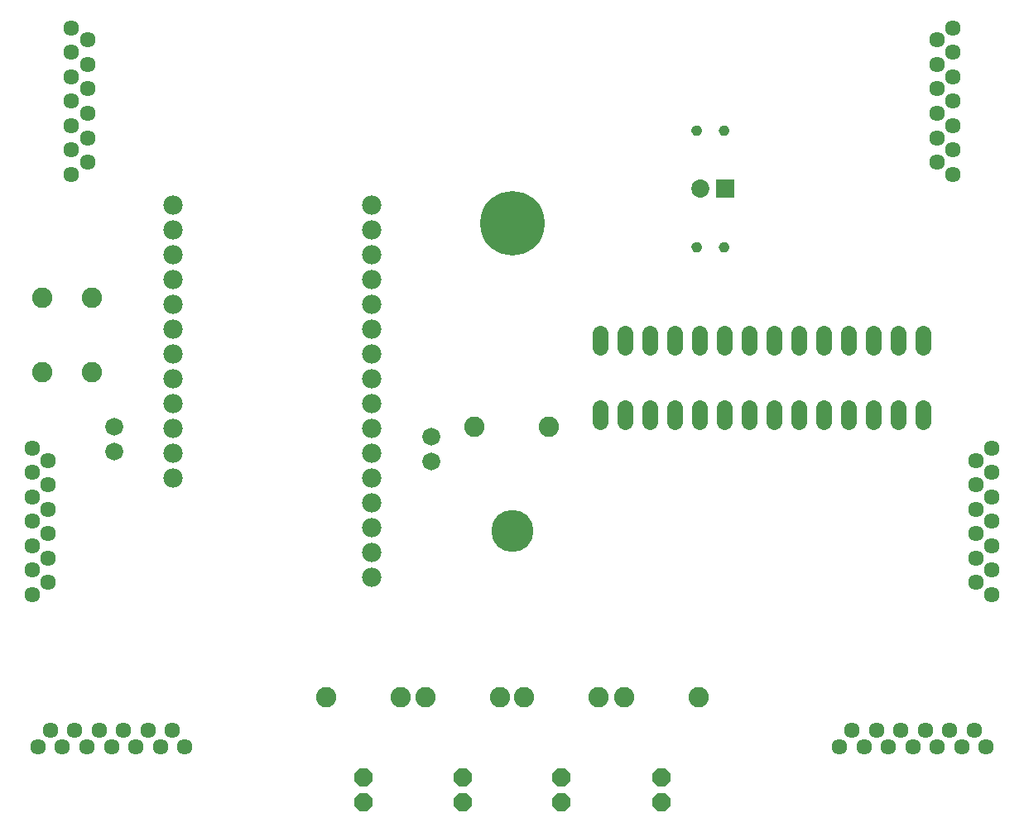
<source format=gts>
G75*
%MOIN*%
%OFA0B0*%
%FSLAX25Y25*%
%IPPOS*%
%LPD*%
%AMOC8*
5,1,8,0,0,1.08239X$1,22.5*
%
%ADD10C,0.25997*%
%ADD11C,0.16942*%
%ADD12C,0.07800*%
%ADD13C,0.06350*%
%ADD14C,0.08200*%
%ADD15C,0.07200*%
%ADD16C,0.00500*%
%ADD17R,0.07300X0.07300*%
%ADD18C,0.07300*%
%ADD19OC8,0.07400*%
%ADD20C,0.06400*%
D10*
X0241757Y0256435D03*
D11*
X0241757Y0132419D03*
D12*
X0185301Y0133600D03*
X0185301Y0123600D03*
X0185301Y0113600D03*
X0185301Y0143600D03*
X0185301Y0153600D03*
X0185301Y0163600D03*
X0185301Y0173600D03*
X0185301Y0183600D03*
X0185301Y0193600D03*
X0185301Y0203600D03*
X0185301Y0213600D03*
X0185301Y0223600D03*
X0185301Y0233600D03*
X0185301Y0243600D03*
X0185301Y0253600D03*
X0185301Y0263600D03*
X0105301Y0263600D03*
X0105301Y0253600D03*
X0105301Y0243600D03*
X0105301Y0233600D03*
X0105301Y0223600D03*
X0105301Y0213600D03*
X0105301Y0203600D03*
X0105301Y0193600D03*
X0105301Y0183600D03*
X0105301Y0173600D03*
X0105301Y0163600D03*
X0105301Y0153600D03*
D13*
X0050852Y0045490D03*
X0055773Y0051986D03*
X0060694Y0045490D03*
X0065616Y0051986D03*
X0070537Y0045490D03*
X0075458Y0051986D03*
X0080380Y0045490D03*
X0085301Y0051986D03*
X0090222Y0045490D03*
X0095143Y0051986D03*
X0100065Y0045490D03*
X0104986Y0051986D03*
X0109907Y0045490D03*
X0048529Y0106789D03*
X0055025Y0111711D03*
X0048529Y0116632D03*
X0055025Y0121553D03*
X0048529Y0126475D03*
X0055025Y0131396D03*
X0048529Y0136317D03*
X0055025Y0141238D03*
X0048529Y0146160D03*
X0055025Y0151081D03*
X0048529Y0156002D03*
X0055025Y0160923D03*
X0048529Y0165845D03*
X0064277Y0276160D03*
X0070773Y0281081D03*
X0064277Y0286002D03*
X0070773Y0290923D03*
X0064277Y0295845D03*
X0070773Y0300766D03*
X0064277Y0305687D03*
X0070773Y0310608D03*
X0064277Y0315530D03*
X0070773Y0320451D03*
X0064277Y0325372D03*
X0070773Y0330293D03*
X0064277Y0335215D03*
X0412742Y0330293D03*
X0419238Y0335215D03*
X0419238Y0325372D03*
X0412742Y0320451D03*
X0419238Y0315530D03*
X0412742Y0310608D03*
X0419238Y0305687D03*
X0412742Y0300766D03*
X0419238Y0295845D03*
X0412742Y0290923D03*
X0419238Y0286002D03*
X0412742Y0281081D03*
X0419238Y0276160D03*
X0434986Y0165845D03*
X0428490Y0160923D03*
X0434986Y0156002D03*
X0428490Y0151081D03*
X0434986Y0146160D03*
X0428490Y0141238D03*
X0434986Y0136317D03*
X0428490Y0131396D03*
X0434986Y0126475D03*
X0428490Y0121553D03*
X0434986Y0116632D03*
X0428490Y0111711D03*
X0434986Y0106789D03*
X0427742Y0051986D03*
X0432663Y0045490D03*
X0422820Y0045490D03*
X0417899Y0051986D03*
X0412978Y0045490D03*
X0408057Y0051986D03*
X0403135Y0045490D03*
X0398214Y0051986D03*
X0393293Y0045490D03*
X0388372Y0051986D03*
X0383450Y0045490D03*
X0378529Y0051986D03*
X0373608Y0045490D03*
D14*
X0316797Y0065490D03*
X0286797Y0065490D03*
X0276639Y0065490D03*
X0246639Y0065490D03*
X0236876Y0065490D03*
X0206876Y0065490D03*
X0196718Y0065490D03*
X0166718Y0065490D03*
X0226600Y0174309D03*
X0256600Y0174309D03*
X0072600Y0196309D03*
X0052600Y0196309D03*
X0052600Y0226309D03*
X0072600Y0226309D03*
D15*
X0081600Y0174309D03*
X0081600Y0164309D03*
X0209200Y0160509D03*
X0209200Y0170509D03*
D16*
X0314718Y0245691D02*
X0314507Y0246011D01*
X0314372Y0246369D01*
X0314320Y0246749D01*
X0314355Y0247149D01*
X0314478Y0247532D01*
X0314684Y0247878D01*
X0314961Y0248169D01*
X0315296Y0248391D01*
X0315672Y0248534D01*
X0316070Y0248589D01*
X0316463Y0248538D01*
X0316835Y0248400D01*
X0317167Y0248184D01*
X0317442Y0247899D01*
X0317648Y0247560D01*
X0317772Y0247184D01*
X0317810Y0246789D01*
X0317763Y0246406D01*
X0317633Y0246042D01*
X0317424Y0245717D01*
X0317149Y0245446D01*
X0316820Y0245243D01*
X0316454Y0245119D01*
X0316070Y0245079D01*
X0315689Y0245113D01*
X0315324Y0245231D01*
X0314995Y0245427D01*
X0314718Y0245691D01*
X0314794Y0245618D02*
X0317324Y0245618D01*
X0317660Y0246117D02*
X0314467Y0246117D01*
X0314338Y0246615D02*
X0317789Y0246615D01*
X0317779Y0247114D02*
X0314352Y0247114D01*
X0314526Y0247612D02*
X0317616Y0247612D01*
X0317237Y0248111D02*
X0314905Y0248111D01*
X0315667Y0245120D02*
X0316458Y0245120D01*
X0325392Y0246369D02*
X0325340Y0246749D01*
X0325375Y0247149D01*
X0325498Y0247532D01*
X0325704Y0247878D01*
X0325981Y0248169D01*
X0326316Y0248391D01*
X0326692Y0248534D01*
X0327090Y0248589D01*
X0327483Y0248538D01*
X0327855Y0248400D01*
X0328187Y0248184D01*
X0328462Y0247899D01*
X0328668Y0247560D01*
X0328792Y0247184D01*
X0328830Y0246789D01*
X0328783Y0246406D01*
X0328653Y0246042D01*
X0328444Y0245717D01*
X0328169Y0245446D01*
X0327840Y0245243D01*
X0327474Y0245119D01*
X0327090Y0245079D01*
X0326709Y0245113D01*
X0326344Y0245231D01*
X0326015Y0245427D01*
X0325738Y0245691D01*
X0325527Y0246011D01*
X0325392Y0246369D01*
X0325358Y0246615D02*
X0328809Y0246615D01*
X0328799Y0247114D02*
X0325372Y0247114D01*
X0325546Y0247612D02*
X0328636Y0247612D01*
X0328258Y0248111D02*
X0325926Y0248111D01*
X0325487Y0246117D02*
X0328680Y0246117D01*
X0328344Y0245618D02*
X0325815Y0245618D01*
X0326687Y0245120D02*
X0327478Y0245120D01*
X0327090Y0292079D02*
X0327474Y0292119D01*
X0327840Y0292243D01*
X0328169Y0292446D01*
X0328444Y0292717D01*
X0328653Y0293042D01*
X0328783Y0293406D01*
X0328830Y0293789D01*
X0328792Y0294184D01*
X0328668Y0294560D01*
X0328462Y0294899D01*
X0328187Y0295184D01*
X0327855Y0295400D01*
X0327483Y0295538D01*
X0327090Y0295589D01*
X0326692Y0295534D01*
X0326316Y0295391D01*
X0325981Y0295169D01*
X0325704Y0294878D01*
X0325498Y0294532D01*
X0325375Y0294149D01*
X0325340Y0293749D01*
X0325392Y0293369D01*
X0325527Y0293011D01*
X0325738Y0292691D01*
X0326015Y0292427D01*
X0326344Y0292231D01*
X0326709Y0292113D01*
X0327090Y0292079D01*
X0328202Y0292478D02*
X0325961Y0292478D01*
X0325549Y0292977D02*
X0328611Y0292977D01*
X0328792Y0293475D02*
X0325377Y0293475D01*
X0325360Y0293974D02*
X0328812Y0293974D01*
X0328697Y0294473D02*
X0325479Y0294473D01*
X0325792Y0294971D02*
X0328393Y0294971D01*
X0327668Y0295470D02*
X0326522Y0295470D01*
X0317772Y0294184D02*
X0317810Y0293789D01*
X0317763Y0293406D01*
X0317633Y0293042D01*
X0317424Y0292717D01*
X0317149Y0292446D01*
X0316820Y0292243D01*
X0316454Y0292119D01*
X0316070Y0292079D01*
X0315689Y0292113D01*
X0315324Y0292231D01*
X0314995Y0292427D01*
X0314718Y0292691D01*
X0314507Y0293011D01*
X0314372Y0293369D01*
X0314320Y0293749D01*
X0314355Y0294149D01*
X0314478Y0294532D01*
X0314684Y0294878D01*
X0314961Y0295169D01*
X0315296Y0295391D01*
X0315672Y0295534D01*
X0316070Y0295589D01*
X0316463Y0295538D01*
X0316835Y0295400D01*
X0317167Y0295184D01*
X0317442Y0294899D01*
X0317648Y0294560D01*
X0317772Y0294184D01*
X0317792Y0293974D02*
X0314340Y0293974D01*
X0314357Y0293475D02*
X0317772Y0293475D01*
X0317591Y0292977D02*
X0314529Y0292977D01*
X0314941Y0292478D02*
X0317182Y0292478D01*
X0317676Y0294473D02*
X0314459Y0294473D01*
X0314772Y0294971D02*
X0317373Y0294971D01*
X0316648Y0295470D02*
X0315502Y0295470D01*
D17*
X0327421Y0270309D03*
D18*
X0317579Y0270309D03*
D19*
X0301797Y0033089D03*
X0301797Y0023089D03*
X0261639Y0023089D03*
X0261639Y0033089D03*
X0221876Y0033089D03*
X0221876Y0023089D03*
X0181718Y0023089D03*
X0181718Y0033089D03*
D20*
X0277151Y0176509D02*
X0277151Y0182109D01*
X0287151Y0182109D02*
X0287151Y0176509D01*
X0297151Y0176509D02*
X0297151Y0182109D01*
X0307151Y0182109D02*
X0307151Y0176509D01*
X0317151Y0176509D02*
X0317151Y0182109D01*
X0327151Y0182109D02*
X0327151Y0176509D01*
X0337151Y0176509D02*
X0337151Y0182109D01*
X0347151Y0182109D02*
X0347151Y0176509D01*
X0357151Y0176509D02*
X0357151Y0182109D01*
X0367151Y0182109D02*
X0367151Y0176509D01*
X0377151Y0176509D02*
X0377151Y0182109D01*
X0387151Y0182109D02*
X0387151Y0176509D01*
X0397151Y0176509D02*
X0397151Y0182109D01*
X0407151Y0182109D02*
X0407151Y0176509D01*
X0407151Y0206509D02*
X0407151Y0212109D01*
X0397151Y0212109D02*
X0397151Y0206509D01*
X0387151Y0206509D02*
X0387151Y0212109D01*
X0377151Y0212109D02*
X0377151Y0206509D01*
X0367151Y0206509D02*
X0367151Y0212109D01*
X0357151Y0212109D02*
X0357151Y0206509D01*
X0347151Y0206509D02*
X0347151Y0212109D01*
X0337151Y0212109D02*
X0337151Y0206509D01*
X0327151Y0206509D02*
X0327151Y0212109D01*
X0317151Y0212109D02*
X0317151Y0206509D01*
X0307151Y0206509D02*
X0307151Y0212109D01*
X0297151Y0212109D02*
X0297151Y0206509D01*
X0287151Y0206509D02*
X0287151Y0212109D01*
X0277151Y0212109D02*
X0277151Y0206509D01*
M02*

</source>
